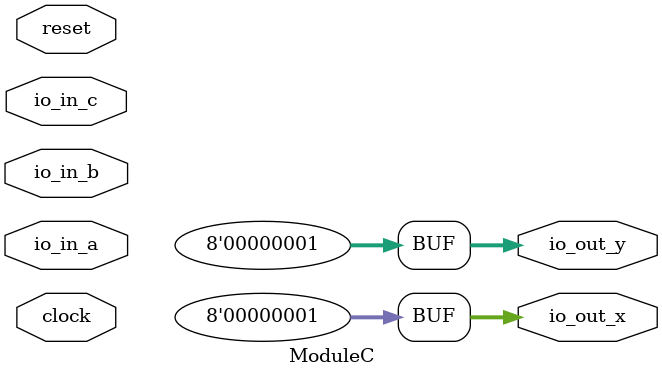
<source format=v>
module ModuleC(
  input        clock,
  input        reset,
  input  [7:0] io_in_a,
  input  [7:0] io_in_b,
  input  [7:0] io_in_c,
  output [7:0] io_out_x,
  output [7:0] io_out_y
);
  assign io_out_x = 8'h1; // @[ModuleC.scala 42:14]
  assign io_out_y = 8'h1; // @[ModuleC.scala 46:15]
endmodule

</source>
